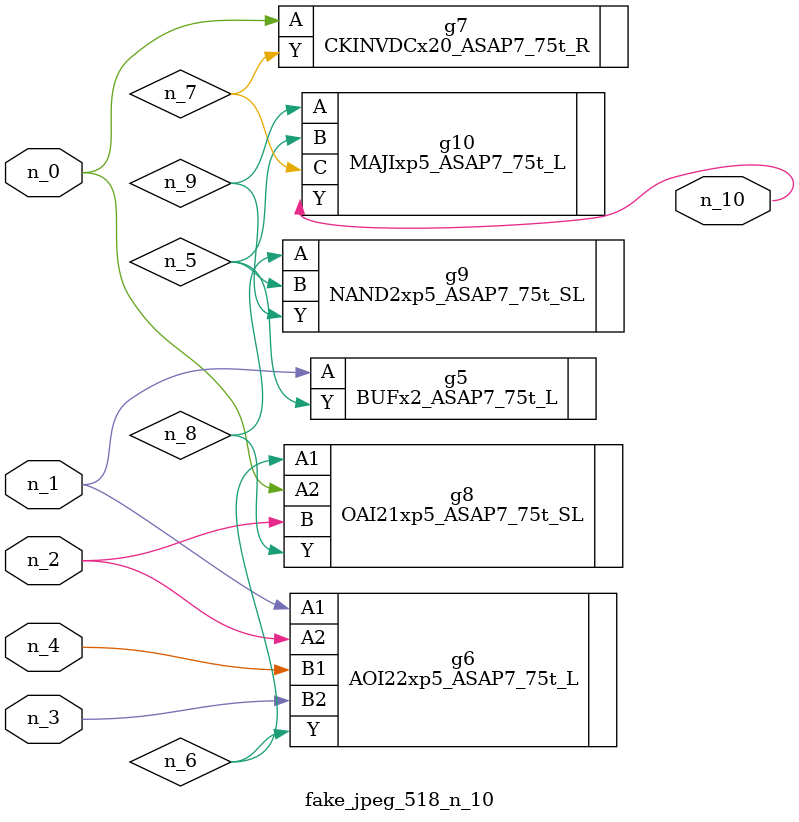
<source format=v>
module fake_jpeg_518_n_10 (n_3, n_2, n_1, n_0, n_4, n_10);

input n_3;
input n_2;
input n_1;
input n_0;
input n_4;

output n_10;

wire n_8;
wire n_9;
wire n_6;
wire n_5;
wire n_7;

BUFx2_ASAP7_75t_L g5 ( 
.A(n_1),
.Y(n_5)
);

AOI22xp5_ASAP7_75t_L g6 ( 
.A1(n_1),
.A2(n_2),
.B1(n_4),
.B2(n_3),
.Y(n_6)
);

CKINVDCx20_ASAP7_75t_R g7 ( 
.A(n_0),
.Y(n_7)
);

OAI21xp5_ASAP7_75t_SL g8 ( 
.A1(n_6),
.A2(n_0),
.B(n_2),
.Y(n_8)
);

NAND2xp5_ASAP7_75t_SL g9 ( 
.A(n_8),
.B(n_5),
.Y(n_9)
);

MAJIxp5_ASAP7_75t_L g10 ( 
.A(n_9),
.B(n_5),
.C(n_7),
.Y(n_10)
);


endmodule
</source>
